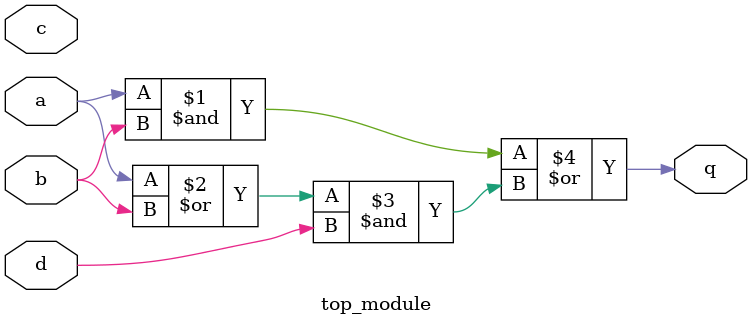
<source format=sv>
module top_module (
    input a, 
    input b, 
    input c, 
    input d,
    output q
);

assign q = (a & b) | ((a | b) & d);

endmodule

</source>
